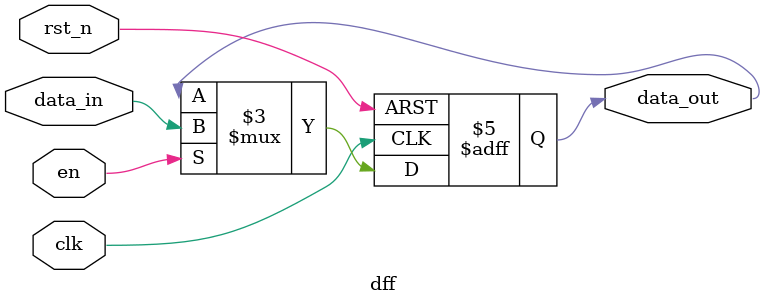
<source format=v>
module dff (
    input clk,
    input en,
    input rst_n,
    input data_in,
    output reg data_out
);

    always @(posedge clk or negedge rst_n) begin
        if (!rst_n) data_out <= 1'b0;
        else if (en) data_out <= data_in;
    end
endmodule

</source>
